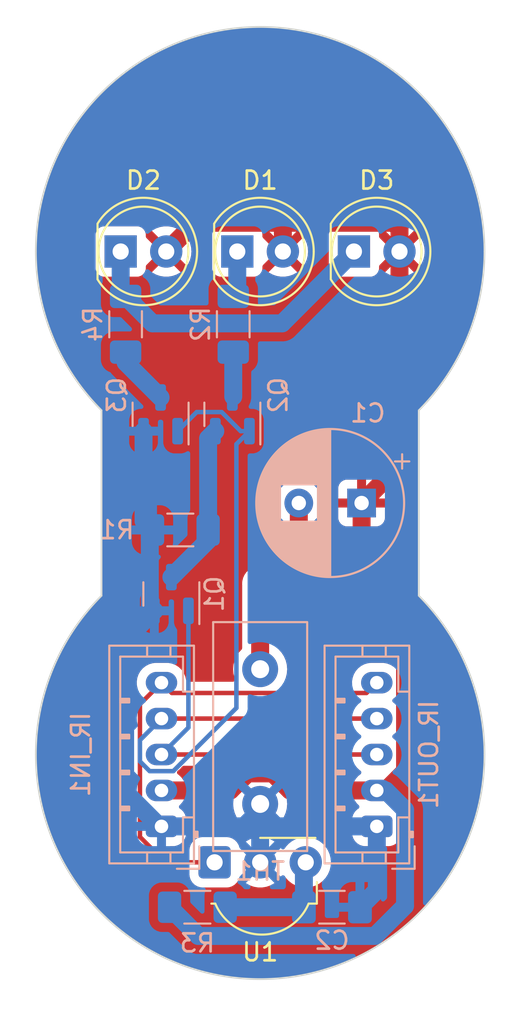
<source format=kicad_pcb>
(kicad_pcb (version 20221018) (generator pcbnew)
  (layers (0 "F.Cu" signal) (31 "B.Cu" signal) (34 "B.Paste" user) (35 "F.Paste" user) (36 "B.SilkS" user "B.Silkscreen") (37 "F.SilkS" user "F.Silkscreen") (38 "B.Mask" user) (39 "F.Mask" user) (44 "Edge.Cuts" user))
  (net 0 "")
  (net 1 "+5V")
  (net 2 "Net-(C1-Pad2)")
  (net 3 "Net-(D1-K)")
  (net 4 "Net-(D2-K)")
  (net 5 "GND")
  (net 6 "/IR_MODE")
  (net 7 "/IR_TX")
  (net 8 "/IR_RX")
  (net 9 "Net-(Q1-D)")
  (net 10 "Net-(Q2-D)")
  (net 11 "Net-(Q3-D)")
  (net 12 "Net-(U1-Vs)")
  (footprint "LED_THT:LED_D5.0mm_IRBlack" (layer "F.Cu") (at 166.225 83)
    (fp_text reference "D1" (at 1.27 -3.96) (layer "F.SilkS"))
    (fp_text value "TSAL6100")
    (fp_line (start -1.29 -1.545) (end -1.29 1.545) (stroke (width 0.12)) (layer "F.SilkS"))
    (fp_arc (start -1.29 -1.54483) (mid 2.072002 -2.880433) (end 4.26 0.000462) (stroke (width 0.12)) (layer "F.SilkS"))
    (fp_arc (start 4.26 -0.000462) (mid 2.072002 2.880433) (end -1.29 1.54483) (stroke (width 0.12)) (layer "F.SilkS"))
    (fp_circle (center 1.27 0) (end 3.77 0) (stroke (width 0.12)) (fill none) (layer "F.SilkS"))
    (pad "1" thru_hole rect (at 0 0) (size 1.8 1.8) (drill 0.9) (layers "*.Cu" "*.Mask") (net 3 "Net-(D1-K)"))
    (pad "2" thru_hole circle (at 2.54 0) (size 1.8 1.8) (drill 0.9) (layers "*.Cu" "*.Mask") (net 1 "+5V"))
  )
  (footprint "LED_THT:LED_D5.0mm_Clear" (layer "F.Cu") (at 159.725 83)
    (fp_text reference "D2" (at 1.27 -3.96) (layer "F.SilkS"))
    (fp_text value "LED")
    (fp_line (start -1.29 -1.545) (end -1.29 1.545) (stroke (width 0.12)) (layer "F.SilkS"))
    (fp_arc (start -1.29 -1.54483) (mid 2.072002 -2.880433) (end 4.26 0.000462) (stroke (width 0.12)) (layer "F.SilkS"))
    (fp_arc (start 4.26 -0.000462) (mid 2.072002 2.880433) (end -1.29 1.54483) (stroke (width 0.12)) (layer "F.SilkS"))
    (fp_circle (center 1.27 0) (end 3.77 0) (stroke (width 0.12)) (fill none) (layer "F.SilkS"))
    (pad "1" thru_hole rect (at 0 0) (size 1.8 1.8) (drill 0.9) (layers "*.Cu" "*.Mask") (net 4 "Net-(D2-K)"))
    (pad "2" thru_hole circle (at 2.54 0) (size 1.8 1.8) (drill 0.9) (layers "*.Cu" "*.Mask") (net 1 "+5V"))
  )
  (footprint "OptoDevice:Vishay_MOLD-3Pin" (layer "F.Cu") (at 164.96 117)
    (fp_text reference "U1" (at 2.54 5 180) (layer "F.SilkS"))
    (fp_text value "TSOP4138")
    (fp_line (start 0.04 2.3) (end -0.18 2.3) (stroke (width 0.12)) (layer "F.SilkS"))
    (fp_line (start 5.62 -1.36) (end 2.54 -1.36) (stroke (width 0.12)) (layer "F.SilkS"))
    (fp_line (start 5.7 2.3) (end 5.24 2.3) (stroke (width 0.12)) (layer "F.SilkS"))
    (fp_line (start 5.7 2.3) (end 5.7 1.1) (stroke (width 0.12)) (layer "F.SilkS"))
    (fp_arc (start 5.24 2.3) (mid 2.64 4.023119) (end 0.04 2.3) (stroke (width 0.12)) (layer "F.SilkS"))
    (pad "1" thru_hole roundrect (at 0 0) (size 1.8 1.8) (drill 0.9) (layers "*.Cu" "*.Mask") (roundrect_rratio 0.138) (net 8 "/IR_RX"))
    (pad "2" thru_hole circle (at 2.54 0) (size 1.8 1.8) (drill 0.9) (layers "*.Cu" "*.Mask") (net 5 "GND"))
    (pad "3" thru_hole circle (at 5.08 0) (size 1.8 1.8) (drill 0.9) (layers "*.Cu" "*.Mask") (net 12 "Net-(U1-Vs)"))
  )
  (footprint "LED_THT:LED_D5.0mm_Clear" (layer "F.Cu") (at 172.725 83)
    (fp_text reference "D3" (at 1.27 -3.96) (layer "F.SilkS"))
    (fp_text value "LED")
    (fp_line (start -1.29 -1.545) (end -1.29 1.545) (stroke (width 0.12)) (layer "F.SilkS"))
    (fp_arc (start -1.29 -1.54483) (mid 2.072002 -2.880433) (end 4.26 0.000462) (stroke (width 0.12)) (layer "F.SilkS"))
    (fp_arc (start 4.26 -0.000462) (mid 2.072002 2.880433) (end -1.29 1.54483) (stroke (width 0.12)) (layer "F.SilkS"))
    (fp_circle (center 1.27 0) (end 3.77 0) (stroke (width 0.12)) (fill none) (layer "F.SilkS"))
    (pad "1" thru_hole rect (at 0 0) (size 1.8 1.8) (drill 0.9) (layers "*.Cu" "*.Mask") (net 4 "Net-(D2-K)"))
    (pad "2" thru_hole circle (at 2.54 0) (size 1.8 1.8) (drill 0.9) (layers "*.Cu" "*.Mask") (net 1 "+5V"))
  )
  (footprint "Capacitor_THT:C_Disc_D12.5mm_W5.0mm_P7.50mm" (layer "B.Cu") (at 167.5 106.25 -90)
    (fp_text reference "TH1" (at 11.25 0) (layer "B.SilkS") (effects (justify mirror)))
    (fp_text value "MF72-050D9")
    (fp_line (start -2.62 -2.62) (end 10.12 -2.62) (stroke (width 0.12)) (layer "B.SilkS"))
    (fp_line (start -2.62 2.62) (end -2.62 -2.62) (stroke (width 0.12)) (layer "B.SilkS"))
    (fp_line (start -2.62 2.62) (end 10.12 2.62) (stroke (width 0.12)) (layer "B.SilkS"))
    (fp_line (start 10.12 2.62) (end 10.12 -2.62) (stroke (width 0.12)) (layer "B.SilkS"))
    (pad "1" thru_hole circle (at 0 0 270) (size 2 2) (drill 1) (layers "*.Cu" "*.Mask") (net 2 "Net-(C1-Pad2)"))
    (pad "2" thru_hole circle (at 7.5 0 270) (size 2 2) (drill 1) (layers "*.Cu" "*.Mask") (net 5 "GND"))
  )
  (footprint "Resistor_SMD:R_1206_3216Metric_Pad1.30x1.75mm_HandSolder" (layer "B.Cu") (at 163.05 98.5 180)
    (fp_text reference "R1" (at 3.55 0) (layer "B.SilkS") (effects (justify mirror)))
    (fp_text value "51")
    (fp_line (start -0.727064 -0.91) (end 0.727064 -0.91) (stroke (width 0.12)) (layer "B.SilkS"))
    (fp_line (start -0.727064 0.91) (end 0.727064 0.91) (stroke (width 0.12)) (layer "B.SilkS"))
    (pad "1" smd roundrect (at -1.55 0 180) (size 1.3 1.75) (layers "B.Cu" "B.Paste" "B.Mask") (roundrect_rratio 0.192308) (net 9 "Net-(Q1-D)"))
    (pad "2" smd roundrect (at 1.55 0 180) (size 1.3 1.75) (layers "B.Cu" "B.Paste" "B.Mask") (roundrect_rratio 0.192308) (net 5 "GND"))
  )
  (footprint "Connector_JST:JST_PH_B5B-PH-K_1x05_P2.00mm_Vertical" (layer "B.Cu") (at 174 115 90)
    (fp_text reference "IR_OUT1" (at 4 2.9 90) (layer "B.SilkS") (effects (justify mirror)))
    (fp_text value "~")
    (fp_line (start -2.36 2.11) (end -2.36 0.86) (stroke (width 0.12)) (layer "B.SilkS"))
    (fp_line (start -2.06 -2.91) (end 10.06 -2.91) (stroke (width 0.12)) (layer "B.SilkS"))
    (fp_line (start -2.06 -0.8) (end -1.45 -0.8) (stroke (width 0.12)) (layer "B.SilkS"))
    (fp_line (start -2.06 0.5) (end -1.45 0.5) (stroke (width 0.12)) (layer "B.SilkS"))
    (fp_line (start -2.06 1.81) (end -2.06 -2.91) (stroke (width 0.12)) (layer "B.SilkS"))
    (fp_line (start -1.45 -2.3) (end 9.45 -2.3) (stroke (width 0.12)) (layer "B.SilkS"))
    (fp_line (start -1.45 1.2) (end -1.45 -2.3) (stroke (width 0.12)) (layer "B.SilkS"))
    (fp_line (start -1.11 2.11) (end -2.36 2.11) (stroke (width 0.12)) (layer "B.SilkS"))
    (fp_line (start -0.6 2.01) (end -0.6 1.81) (stroke (width 0.12)) (layer "B.SilkS"))
    (fp_line (start -0.3 1.81) (end -0.3 2.01) (stroke (width 0.12)) (layer "B.SilkS"))
    (fp_line (start -0.3 1.91) (end -0.6 1.91) (stroke (width 0.12)) (layer "B.SilkS"))
    (fp_line (start -0.3 2.01) (end -0.6 2.01) (stroke (width 0.12)) (layer "B.SilkS"))
    (fp_line (start 0.5 1.2) (end -1.45 1.2) (stroke (width 0.12)) (layer "B.SilkS"))
    (fp_line (start 0.5 1.81) (end 0.5 1.2) (stroke (width 0.12)) (layer "B.SilkS"))
    (fp_line (start 0.9 -2.3) (end 0.9 -1.8) (stroke (width 0.12)) (layer "B.SilkS"))
    (fp_line (start 0.9 -1.8) (end 1.1 -1.8) (stroke (width 0.12)) (layer "B.SilkS"))
    (fp_line (start 1 -2.3) (end 1 -1.8) (stroke (width 0.12)) (layer "B.SilkS"))
    (fp_line (start 1.1 -1.8) (end 1.1 -2.3) (stroke (width 0.12)) (layer "B.SilkS"))
    (fp_line (start 2.9 -2.3) (end 2.9 -1.8) (stroke (width 0.12)) (layer "B.SilkS"))
    (fp_line (start 2.9 -1.8) (end 3.1 -1.8) (stroke (width 0.12)) (layer "B.SilkS"))
    (fp_line (start 3 -2.3) (end 3 -1.8) (stroke (width 0.12)) (layer "B.SilkS"))
    (fp_line (start 3.1 -1.8) (end 3.1 -2.3) (stroke (width 0.12)) (layer "B.SilkS"))
    (fp_line (start 4.9 -2.3) (end 4.9 -1.8) (stroke (width 0.12)) (layer "B.SilkS"))
    (fp_line (start 4.9 -1.8) (end 5.1 -1.8) (stroke (width 0.12)) (layer "B.SilkS"))
    (fp_line (start 5 -2.3) (end 5 -1.8) (stroke (width 0.12)) (layer "B.SilkS"))
    (fp_line (start 5.1 -1.8) (end 5.1 -2.3) (stroke (width 0.12)) (layer "B.SilkS"))
    (fp_line (start 6.9 -2.3) (end 6.9 -1.8) (stroke (width 0.12)) (layer "B.SilkS"))
    (fp_line (start 6.9 -1.8) (end 7.1 -1.8) (stroke (width 0.12)) (layer "B.SilkS"))
    (fp_line (start 7 -2.3) (end 7 -1.8) (stroke (width 0.12)) (layer "B.SilkS"))
    (fp_line (start 7.1 -1.8) (end 7.1 -2.3) (stroke (width 0.12)) (layer "B.SilkS"))
    (fp_line (start 7.5 1.2) (end 7.5 1.81) (stroke (width 0.12)) (layer "B.SilkS"))
    (fp_line (start 9.45 -2.3) (end 9.45 1.2) (stroke (width 0.12)) (layer "B.SilkS"))
    (fp_line (start 9.45 1.2) (end 7.5 1.2) (stroke (width 0.12)) (layer "B.SilkS"))
    (fp_line (start 10.06 -2.91) (end 10.06 1.81) (stroke (width 0.12)) (layer "B.SilkS"))
    (fp_line (start 10.06 -0.8) (end 9.45 -0.8) (stroke (width 0.12)) (layer "B.SilkS"))
    (fp_line (start 10.06 0.5) (end 9.45 0.5) (stroke (width 0.12)) (layer "B.SilkS"))
    (fp_line (start 10.06 1.81) (end -2.06 1.81) (stroke (width 0.12)) (layer "B.SilkS"))
    (pad "1" thru_hole roundrect (at 0 0 90) (size 1.2 1.75) (drill 0.75) (layers "*.Cu" "*.Mask") (roundrect_rratio 0.208333) (net 5 "GND"))
    (pad "2" thru_hole oval (at 2 0 90) (size 1.2 1.75) (drill 0.75) (layers "*.Cu" "*.Mask") (net 1 "+5V"))
    (pad "3" thru_hole oval (at 4 0 90) (size 1.2 1.75) (drill 0.75) (layers "*.Cu" "*.Mask") (net 6 "/IR_MODE"))
    (pad "4" thru_hole oval (at 6 0 90) (size 1.2 1.75) (drill 0.75) (layers "*.Cu" "*.Mask") (net 7 "/IR_TX"))
    (pad "5" thru_hole oval (at 8 0 90) (size 1.2 1.75) (drill 0.75) (layers "*.Cu" "*.Mask") (net 8 "/IR_RX"))
  )
  (footprint "Capacitor_SMD:C_1206_3216Metric_Pad1.33x1.80mm_HandSolder" (layer "B.Cu") (at 171.5 119.5)
    (fp_text reference "C2" (at 0 1.85) (layer "B.SilkS") (effects (justify mirror)))
    (fp_text value "0.1uf")
    (fp_line (start -0.711252 -0.91) (end 0.711252 -0.91) (stroke (width 0.12)) (layer "B.SilkS"))
    (fp_line (start -0.711252 0.91) (end 0.711252 0.91) (stroke (width 0.12)) (layer "B.SilkS"))
    (pad "1" smd roundrect (at -1.5625 0) (size 1.325 1.8) (layers "B.Cu" "B.Paste" "B.Mask") (roundrect_rratio 0.188679) (net 12 "Net-(U1-Vs)"))
    (pad "2" smd roundrect (at 1.5625 0) (size 1.325 1.8) (layers "B.Cu" "B.Paste" "B.Mask") (roundrect_rratio 0.188679) (net 5 "GND"))
  )
  (footprint "Resistor_SMD:R_1206_3216Metric_Pad1.30x1.75mm_HandSolder" (layer "B.Cu") (at 166 87.05 -90)
    (fp_text reference "R2" (at 0 1.82 90) (layer "B.SilkS") (effects (justify mirror)))
    (fp_text value "3.3")
    (fp_line (start -0.727064 -0.91) (end 0.727064 -0.91) (stroke (width 0.12)) (layer "B.SilkS"))
    (fp_line (start -0.727064 0.91) (end 0.727064 0.91) (stroke (width 0.12)) (layer "B.SilkS"))
    (pad "1" smd roundrect (at -1.55 0 270) (size 1.3 1.75) (layers "B.Cu" "B.Paste" "B.Mask") (roundrect_rratio 0.192308) (net 3 "Net-(D1-K)"))
    (pad "2" smd roundrect (at 1.55 0 270) (size 1.3 1.75) (layers "B.Cu" "B.Paste" "B.Mask") (roundrect_rratio 0.192308) (net 10 "Net-(Q2-D)"))
  )
  (footprint "Package_TO_SOT_SMD:SOT-23" (layer "B.Cu") (at 165.95 92.0625 90)
    (fp_text reference "Q2" (at 1.0625 2.55 90) (layer "B.SilkS") (effects (justify mirror)))
    (fp_text value "IRLML6244")
    (fp_line (start 0 -1.56) (end -0.65 -1.56) (stroke (width 0.12)) (layer "B.SilkS"))
    (fp_line (start 0 -1.56) (end 0.65 -1.56) (stroke (width 0.12)) (layer "B.SilkS"))
    (fp_line (start 0 1.56) (end -1.675 1.56) (stroke (width 0.12)) (layer "B.SilkS"))
    (fp_line (start 0 1.56) (end 0.65 1.56) (stroke (width 0.12)) (layer "B.SilkS"))
    (pad "1" smd roundrect (at -0.9375 0.95 90) (size 1.475 0.6) (layers "B.Cu" "B.Paste" "B.Mask") (net 7 "/IR_TX"))
    (pad "2" smd roundrect (at -0.9375 -0.95 90) (size 1.475 0.6) (layers "B.Cu" "B.Paste" "B.Mask") (net 9 "Net-(Q1-D)"))
    (pad "3" smd roundrect (at 0.9375 0 90) (size 1.475 0.6) (layers "B.Cu" "B.Paste" "B.Mask") (net 10 "Net-(Q2-D)"))
  )
  (footprint "Resistor_SMD:R_1206_3216Metric_Pad1.30x1.75mm_HandSolder" (layer "B.Cu") (at 164 119.5 180)
    (fp_text reference "R3" (at 0 -2) (layer "B.SilkS") (effects (justify mirror)))
    (fp_text value "100")
    (fp_line (start -0.727064 -0.91) (end 0.727064 -0.91) (stroke (width 0.12)) (layer "B.SilkS"))
    (fp_line (start -0.727064 0.91) (end 0.727064 0.91) (stroke (width 0.12)) (layer "B.SilkS"))
    (pad "1" smd roundrect (at -1.55 0 180) (size 1.3 1.75) (layers "B.Cu" "B.Paste" "B.Mask") (roundrect_rratio 0.192308) (net 12 "Net-(U1-Vs)"))
    (pad "2" smd roundrect (at 1.55 0 180) (size 1.3 1.75) (layers "B.Cu" "B.Paste" "B.Mask") (roundrect_rratio 0.192308) (net 1 "+5V"))
  )
  (footprint "Connector_JST:JST_PH_B5B-PH-K_1x05_P2.00mm_Vertical" (layer "B.Cu") (at 162 115 90)
    (fp_text reference "IR_IN1" (at 4 -4.5 90) (layer "B.SilkS") (effects (justify mirror)))
    (fp_text value "~")
    (fp_line (start -2.36 2.11) (end -2.36 0.86) (stroke (width 0.12)) (layer "B.SilkS"))
    (fp_line (start -2.06 -2.91) (end 10.06 -2.91) (stroke (width 0.12)) (layer "B.SilkS"))
    (fp_line (start -2.06 -0.8) (end -1.45 -0.8) (stroke (width 0.12)) (layer "B.SilkS"))
    (fp_line (start -2.06 0.5) (end -1.45 0.5) (stroke (width 0.12)) (layer "B.SilkS"))
    (fp_line (start -2.06 1.81) (end -2.06 -2.91) (stroke (width 0.12)) (layer "B.SilkS"))
    (fp_line (start -1.45 -2.3) (end 9.45 -2.3) (stroke (width 0.12)) (layer "B.SilkS"))
    (fp_line (start -1.45 1.2) (end -1.45 -2.3) (stroke (width 0.12)) (layer "B.SilkS"))
    (fp_line (start -1.11 2.11) (end -2.36 2.11) (stroke (width 0.12)) (layer "B.SilkS"))
    (fp_line (start -0.6 2.01) (end -0.6 1.81) (stroke (width 0.12)) (layer "B.SilkS"))
    (fp_line (start -0.3 1.81) (end -0.3 2.01) (stroke (width 0.12)) (layer "B.SilkS"))
    (fp_line (start -0.3 1.91) (end -0.6 1.91) (stroke (width 0.12)) (layer "B.SilkS"))
    (fp_line (start -0.3 2.01) (end -0.6 2.01) (stroke (width 0.12)) (layer "B.SilkS"))
    (fp_line (start 0.5 1.2) (end -1.45 1.2) (stroke (width 0.12)) (layer "B.SilkS"))
    (fp_line (start 0.5 1.81) (end 0.5 1.2) (stroke (width 0.12)) (layer "B.SilkS"))
    (fp_line (start 0.9 -2.3) (end 0.9 -1.8) (stroke (width 0.12)) (layer "B.SilkS"))
    (fp_line (start 0.9 -1.8) (end 1.1 -1.8) (stroke (width 0.12)) (layer "B.SilkS"))
    (fp_line (start 1 -2.3) (end 1 -1.8) (stroke (width 0.12)) (layer "B.SilkS"))
    (fp_line (start 1.1 -1.8) (end 1.1 -2.3) (stroke (width 0.12)) (layer "B.SilkS"))
    (fp_line (start 2.9 -2.3) (end 2.9 -1.8) (stroke (width 0.12)) (layer "B.SilkS"))
    (fp_line (start 2.9 -1.8) (end 3.1 -1.8) (stroke (width 0.12)) (layer "B.SilkS"))
    (fp_line (start 3 -2.3) (end 3 -1.8) (stroke (width 0.12)) (layer "B.SilkS"))
    (fp_line (start 3.1 -1.8) (end 3.1 -2.3) (stroke (width 0.12)) (layer "B.SilkS"))
    (fp_line (start 4.9 -2.3) (end 4.9 -1.8) (stroke (width 0.12)) (layer "B.SilkS"))
    (fp_line (start 4.9 -1.8) (end 5.1 -1.8) (stroke (width 0.12)) (layer "B.SilkS"))
    (fp_line (start 5 -2.3) (end 5 -1.8) (stroke (width 0.12)) (layer "B.SilkS"))
    (fp_line (start 5.1 -1.8) (end 5.1 -2.3) (stroke (width 0.12)) (layer "B.SilkS"))
    (fp_line (start 6.9 -2.3) (end 6.9 -1.8) (stroke (width 0.12)) (layer "B.SilkS"))
    (fp_line (start 6.9 -1.8) (end 7.1 -1.8) (stroke (width 0.12)) (layer "B.SilkS"))
    (fp_line (start 7 -2.3) (end 7 -1.8) (stroke (width 0.12)) (layer "B.SilkS"))
    (fp_line (start 7.1 -1.8) (end 7.1 -2.3) (stroke (width 0.12)) (layer "B.SilkS"))
    (fp_line (start 7.5 1.2) (end 7.5 1.81) (stroke (width 0.12)) (layer "B.SilkS"))
    (fp_line (start 9.45 -2.3) (end 9.45 1.2) (stroke (width 0.12)) (layer "B.SilkS"))
    (fp_line (start 9.45 1.2) (end 7.5 1.2) (stroke (width 0.12)) (layer "B.SilkS"))
    (fp_line (start 10.06 -2.91) (end 10.06 1.81) (stroke (width 0.12)) (layer "B.SilkS"))
    (fp_line (start 10.06 -0.8) (end 9.45 -0.8) (stroke (width 0.12)) (layer "B.SilkS"))
    (fp_line (start 10.06 0.5) (end 9.45 0.5) (stroke (width 0.12)) (layer "B.SilkS"))
    (fp_line (start 10.06 1.81) (end -2.06 1.81) (stroke (width 0.12)) (layer "B.SilkS"))
    (pad "1" thru_hole roundrect (at 0 0 90) (size 1.2 1.75) (drill 0.75) (layers "*.Cu" "*.Mask") (roundrect_rratio 0.208333) (net 5 "GND"))
    (pad "2" thru_hole oval (at 2 0 90) (size 1.2 1.75) (drill 0.75) (layers "*.Cu" "*.Mask") (net 1 "+5V"))
    (pad "3" thru_hole oval (at 4 0 90) (size 1.2 1.75) (drill 0.75) (layers "*.Cu" "*.Mask") (net 6 "/IR_MODE"))
    (pad "4" thru_hole oval (at 6 0 90) (size 1.2 1.75) (drill 0.75) (layers "*.Cu" "*.Mask") (net 7 "/IR_TX"))
    (pad "5" thru_hole oval (at 8 0 90) (size 1.2 1.75) (drill 0.75) (layers "*.Cu" "*.Mask") (net 8 "/IR_RX"))
  )
  (footprint "Package_TO_SOT_SMD:SOT-23" (layer "B.Cu") (at 162.55 102.0625 90)
    (fp_text reference "Q1" (at 0 2.4 90) (layer "B.SilkS") (effects (justify mirror)))
    (fp_text value "IRLML6244")
    (fp_line (start 0 -1.56) (end -0.65 -1.56) (stroke (width 0.12)) (layer "B.SilkS"))
    (fp_line (start 0 -1.56) (end 0.65 -1.56) (stroke (width 0.12)) (layer "B.SilkS"))
    (fp_line (start 0 1.56) (end -1.675 1.56) (stroke (width 0.12)) (layer "B.SilkS"))
    (fp_line (start 0 1.56) (end 0.65 1.56) (stroke (width 0.12)) (layer "B.SilkS"))
    (pad "1" smd roundrect (at -0.9375 0.95 90) (size 1.475 0.6) (layers "B.Cu" "B.Paste" "B.Mask") (net 6 "/IR_MODE"))
    (pad "2" smd roundrect (at -0.9375 -0.95 90) (size 1.475 0.6) (layers "B.Cu" "B.Paste" "B.Mask") (net 5 "GND"))
    (pad "3" smd roundrect (at 0.9375 0 90) (size 1.475 0.6) (layers "B.Cu" "B.Paste" "B.Mask") (net 9 "Net-(Q1-D)"))
  )
  (footprint "Package_TO_SOT_SMD:SOT-23" (layer "B.Cu") (at 161.95 92.0625 90)
    (fp_text reference "Q3" (at 1.0625 -2.45 90) (layer "B.SilkS") (effects (justify mirror)))
    (fp_text value "IRLML6244")
    (fp_line (start 0 -1.56) (end -0.65 -1.56) (stroke (width 0.12)) (layer "B.SilkS"))
    (fp_line (start 0 -1.56) (end 0.65 -1.56) (stroke (width 0.12)) (layer "B.SilkS"))
    (fp_line (start 0 1.56) (end -1.675 1.56) (stroke (width 0.12)) (layer "B.SilkS"))
    (fp_line (start 0 1.56) (end 0.65 1.56) (stroke (width 0.12)) (layer "B.SilkS"))
    (pad "1" smd roundrect (at -0.9375 0.95 90) (size 1.475 0.6) (layers "B.Cu" "B.Paste" "B.Mask") (net 7 "/IR_TX"))
    (pad "2" smd roundrect (at -0.9375 -0.95 90) (size 1.475 0.6) (layers "B.Cu" "B.Paste" "B.Mask") (net 5 "GND"))
    (pad "3" smd roundrect (at 0.9375 0 90) (size 1.475 0.6) (layers "B.Cu" "B.Paste" "B.Mask") (net 11 "Net-(Q3-D)"))
  )
  (footprint "Resistor_SMD:R_1206_3216Metric_Pad1.30x1.75mm_HandSolder" (layer "B.Cu") (at 160 87.05 -90)
    (fp_text reference "R4" (at 0 1.82 90) (layer "B.SilkS") (effects (justify mirror)))
    (fp_text value "51")
    (fp_line (start -0.727064 -0.91) (end 0.727064 -0.91) (stroke (width 0.12)) (layer "B.SilkS"))
    (fp_line (start -0.727064 0.91) (end 0.727064 0.91) (stroke (width 0.12)) (layer "B.SilkS"))
    (pad "1" smd roundrect (at -1.55 0 270) (size 1.3 1.75) (layers "B.Cu" "B.Paste" "B.Mask") (roundrect_rratio 0.192308) (net 4 "Net-(D2-K)"))
    (pad "2" smd roundrect (at 1.55 0 270) (size 1.3 1.75) (layers "B.Cu" "B.Paste" "B.Mask") (roundrect_rratio 0.192308) (net 11 "Net-(Q3-D)"))
  )
  (footprint "Capacitor_THT:CP_Radial_D8.0mm_P3.50mm" (layer "B.Cu") (at 173.152651 97 180)
    (fp_text reference "C1" (at -0.347349 5) (layer "B.SilkS") (effects (justify mirror)))
    (fp_text value "560uf")
    (fp_line (start -2.659698 2.315) (end -1.859698 2.315) (stroke (width 0.12)) (layer "B.SilkS"))
    (fp_line (start -2.259698 2.715) (end -2.259698 1.915) (stroke (width 0.12)) (layer "B.SilkS"))
    (fp_line (start 1.75 4.08) (end 1.75 -4.08) (stroke (width 0.12)) (layer "B.SilkS"))
    (fp_line (start 1.79 4.08) (end 1.79 -4.08) (stroke (width 0.12)) (layer "B.SilkS"))
    (fp_line (start 1.83 4.08) (end 1.83 -4.08) (stroke (width 0.12)) (layer "B.SilkS"))
    (fp_line (start 1.87 4.079) (end 1.87 -4.079) (stroke (width 0.12)) (layer "B.SilkS"))
    (fp_line (start 1.91 4.077) (end 1.91 -4.077) (stroke (width 0.12)) (layer "B.SilkS"))
    (fp_line (start 1.95 4.076) (end 1.95 -4.076) (stroke (width 0.12)) (layer "B.SilkS"))
    (fp_line (start 1.99 4.074) (end 1.99 -4.074) (stroke (width 0.12)) (layer "B.SilkS"))
    (fp_line (start 2.03 4.071) (end 2.03 -4.071) (stroke (width 0.12)) (layer "B.SilkS"))
    (fp_line (start 2.07 4.068) (end 2.07 -4.068) (stroke (width 0.12)) (layer "B.SilkS"))
    (fp_line (start 2.11 4.065) (end 2.11 -4.065) (stroke (width 0.12)) (layer "B.SilkS"))
    (fp_line (start 2.15 4.061) (end 2.15 -4.061) (stroke (width 0.12)) (layer "B.SilkS"))
    (fp_line (start 2.19 4.057) (end 2.19 -4.057) (stroke (width 0.12)) (layer "B.SilkS"))
    (fp_line (start 2.23 4.052) (end 2.23 -4.052) (stroke (width 0.12)) (layer "B.SilkS"))
    (fp_line (start 2.27 4.048) (end 2.27 -4.048) (stroke (width 0.12)) (layer "B.SilkS"))
    (fp_line (start 2.31 4.042) (end 2.31 -4.042) (stroke (width 0.12)) (layer "B.SilkS"))
    (fp_line (start 2.35 4.037) (end 2.35 -4.037) (stroke (width 0.12)) (layer "B.SilkS"))
    (fp_line (start 2.39 4.03) (end 2.39 -4.03) (stroke (width 0.12)) (layer "B.SilkS"))
    (fp_line (start 2.43 4.024) (end 2.43 -4.024) (stroke (width 0.12)) (layer "B.SilkS"))
    (fp_line (start 2.471 -1.04) (end 2.471 -4.017) (stroke (width 0.12)) (layer "B.SilkS"))
    (fp_line (start 2.471 4.017) (end 2.471 1.04) (stroke (width 0.12)) (layer "B.SilkS"))
    (fp_line (start 2.511 -1.04) (end 2.511 -4.01) (stroke (width 0.12)) (layer "B.SilkS"))
    (fp_line (start 2.511 4.01) (end 2.511 1.04) (stroke (width 0.12)) (layer "B.SilkS"))
    (fp_line (start 2.551 -1.04) (end 2.551 -4.002) (stroke (width 0.12)) (layer "B.SilkS"))
    (fp_line (start 2.551 4.002) (end 2.551 1.04) (stroke (width 0.12)) (layer "B.SilkS"))
    (fp_line (start 2.591 -1.04) (end 2.591 -3.994) (stroke (width 0.12)) (layer "B.SilkS"))
    (fp_line (start 2.591 3.994) (end 2.591 1.04) (stroke (width 0.12)) (layer "B.SilkS"))
    (fp_line (start 2.631 -1.04) (end 2.631 -3.985) (stroke (width 0.12)) (layer "B.SilkS"))
    (fp_line (start 2.631 3.985) (end 2.631 1.04) (stroke (width 0.12)) (layer "B.SilkS"))
    (fp_line (start 2.671 -1.04) (end 2.671 -3.976) (stroke (width 0.12)) (layer "B.SilkS"))
    (fp_line (start 2.671 3.976) (end 2.671 1.04) (stroke (width 0.12)) (layer "B.SilkS"))
    (fp_line (start 2.711 -1.04) (end 2.711 -3.967) (stroke (width 0.12)) (layer "B.SilkS"))
    (fp_line (start 2.711 3.967) (end 2.711 1.04) (stroke (width 0.12)) (layer "B.SilkS"))
    (fp_line (start 2.751 -1.04) (end 2.751 -3.957) (stroke (width 0.12)) (layer "B.SilkS"))
    (fp_line (start 2.751 3.957) (end 2.751 1.04) (stroke (width 0.12)) (layer "B.SilkS"))
    (fp_line (start 2.791 -1.04) (end 2.791 -3.947) (stroke (width 0.12)) (layer "B.SilkS"))
    (fp_line (start 2.791 3.947) (end 2.791 1.04) (stroke (width 0.12)) (layer "B.SilkS"))
    (fp_line (start 2.831 -1.04) (end 2.831 -3.936) (stroke (width 0.12)) (layer "B.SilkS"))
    (fp_line (start 2.831 3.936) (end 2.831 1.04) (stroke (width 0.12)) (layer "B.SilkS"))
    (fp_line (start 2.871 -1.04) (end 2.871 -3.925) (stroke (width 0.12)) (layer "B.SilkS"))
    (fp_line (start 2.871 3.925) (end 2.871 1.04) (stroke (width 0.12)) (layer "B.SilkS"))
    (fp_line (start 2.911 -1.04) (end 2.911 -3.914) (stroke (width 0.12)) (layer "B.SilkS"))
    (fp_line (start 2.911 3.914) (end 2.911 1.04) (stroke (width 0.12)) (layer "B.SilkS"))
    (fp_line (start 2.951 -1.04) (end 2.951 -3.902) (stroke (width 0.12)) (layer "B.SilkS"))
    (fp_line (start 2.951 3.902) (end 2.951 1.04) (stroke (width 0.12)) (layer "B.SilkS"))
    (fp_line (start 2.991 -1.04) (end 2.991 -3.889) (stroke (width 0.12)) (layer "B.SilkS"))
    (fp_line (start 2.991 3.889) (end 2.991 1.04) (stroke (width 0.12)) (layer "B.SilkS"))
    (fp_line (start 3.031 -1.04) (end 3.031 -3.877) (stroke (width 0.12)) (layer "B.SilkS"))
    (fp_line (start 3.031 3.877) (end 3.031 1.04) (stroke (width 0.12)) (layer "B.SilkS"))
    (fp_line (start 3.071 -1.04) (end 3.071 -3.863) (stroke (width 0.12)) (layer "B.SilkS"))
    (fp_line (start 3.071 3.863) (end 3.071 1.04) (stroke (width 0.12)) (layer "B.SilkS"))
    (fp_line (start 3.111 -1.04) (end 3.111 -3.85) (stroke (width 0.12)) (layer "B.SilkS"))
    (fp_line (start 3.111 3.85) (end 3.111 1.04) (stroke (width 0.12)) (layer "B.SilkS"))
    (fp_line (start 3.151 -1.04) (end 3.151 -3.835) (stroke (width 0.12)) (layer "B.SilkS"))
    (fp_line (start 3.151 3.835) (end 3.151 1.04) (stroke (width 0.12)) (layer "B.SilkS"))
    (fp_line (start 3.191 -1.04) (end 3.191 -3.821) (stroke (width 0.12)) (layer "B.SilkS"))
    (fp_line (start 3.191 3.821) (end 3.191 1.04) (stroke (width 0.12)) (layer "B.SilkS"))
    (fp_line (start 3.231 -1.04) (end 3.231 -3.805) (stroke (width 0.12)) (layer "B.SilkS"))
    (fp_line (start 3.231 3.805) (end 3.231 1.04) (stroke (width 0.12)) (layer "B.SilkS"))
    (fp_line (start 3.271 -1.04) (end 3.271 -3.79) (stroke (width 0.12)) (layer "B.SilkS"))
    (fp_line (start 3.271 3.79) (end 3.271 1.04) (stroke (width 0.12)) (layer "B.SilkS"))
    (fp_line (start 3.311 -1.04) (end 3.311 -3.774) (stroke (width 0.12)) (layer "B.SilkS"))
    (fp_line (start 3.311 3.774) (end 3.311 1.04) (stroke (width 0.12)) (layer "B.SilkS"))
    (fp_line (start 3.351 -1.04) (end 3.351 -3.757) (stroke (width 0.12)) (layer "B.SilkS"))
    (fp_line (start 3.351 3.757) (end 3.351 1.04) (stroke (width 0.12)) (layer "B.SilkS"))
    (fp_line (start 3.391 -1.04) (end 3.391 -3.74) (stroke (width 0.12)) (layer "B.SilkS"))
    (fp_line (start 3.391 3.74) (end 3.391 1.04) (stroke (width 0.12)) (layer "B.SilkS"))
    (fp_line (start 3.431 -1.04) (end 3.431 -3.722) (stroke (width 0.12)) (layer "B.SilkS"))
    (fp_line (start 3.431 3.722) (end 3.431 1.04) (stroke (width 0.12)) (layer "B.SilkS"))
    (fp_line (start 3.471 -1.04) (end 3.471 -3.704) (stroke (width 0.12)) (layer "B.SilkS"))
    (fp_line (start 3.471 3.704) (end 3.471 1.04) (stroke (width 0.12)) (layer "B.SilkS"))
    (fp_line (start 3.511 -1.04) (end 3.511 -3.686) (stroke (width 0.12)) (layer "B.SilkS"))
    (fp_line (start 3.511 3.686) (end 3.511 1.04) (stroke (width 0.12)) (layer "B.SilkS"))
    (fp_line (start 3.551 -1.04) (end 3.551 -3.666) (stroke (width 0.12)) (layer "B.SilkS"))
    (fp_line (start 3.551 3.666) (end 3.551 1.04) (stroke (width 0.12)) (layer "B.SilkS"))
    (fp_line (start 3.591 -1.04) (end 3.591 -3.647) (stroke (width 0.12)) (layer "B.SilkS"))
    (fp_line (start 3.591 3.647) (end 3.591 1.04) (stroke (width 0.12)) (layer "B.SilkS"))
    (fp_line (start 3.631 -1.04) (end 3.631 -3.627) (stroke (width 0.12)) (layer "B.SilkS"))
    (fp_line (start 3.631 3.627) (end 3.631 1.04) (stroke (width 0.12)) (layer "B.SilkS"))
    (fp_line (start 3.671 -1.04) (end 3.671 -3.606) (stroke (width 0.12)) (layer "B.SilkS"))
    (fp_line (start 3.671 3.606) (end 3.671 1.04) (stroke (width 0.12)) (layer "B.SilkS"))
    (fp_line (start 3.711 -1.04) (end 3.711 -3.584) (stroke (width 0.12)) (layer "B.SilkS"))
    (fp_line (start 3.711 3.584) (end 3.711 1.04) (stroke (width 0.12)) (layer "B.SilkS"))
    (fp_line (start 3.751 -1.04) (end 3.751 -3.562) (stroke (width 0.12)) (layer "B.SilkS"))
    (fp_line (start 3.751 3.562) (end 3.751 1.04) (stroke (width 0.12)) (layer "B.SilkS"))
    (fp_line (start 3.791 -1.04) (end 3.791 -3.54) (stroke (width 0.12)) (layer "B.SilkS"))
    (fp_line (start 3.791 3.54) (end 3.791 1.04) (stroke (width 0.12)) (layer "B.SilkS"))
    (fp_line (start 3.831 -1.04) (end 3.831 -3.517) (stroke (width 0.12)) (layer "B.SilkS"))
    (fp_line (start 3.831 3.517) (end 3.831 1.04) (stroke (width 0.12)) (layer "B.SilkS"))
    (fp_line (start 3.871 -1.04) (end 3.871 -3.493) (stroke (width 0.12)) (layer "B.SilkS"))
    (fp_line (start 3.871 3.493) (end 3.871 1.04) (stroke (width 0.12)) (layer "B.SilkS"))
    (fp_line (start 3.911 -1.04) (end 3.911 -3.469) (stroke (width 0.12)) (layer "B.SilkS"))
    (fp_line (start 3.911 3.469) (end 3.911 1.04) (stroke (width 0.12)) (layer "B.SilkS"))
    (fp_line (start 3.951 -1.04) (end 3.951 -3.444) (stroke (width 0.12)) (layer "B.SilkS"))
    (fp_line (start 3.951 3.444) (end 3.951 1.04) (stroke (width 0.12)) (layer "B.SilkS"))
    (fp_line (start 3.991 -1.04) (end 3.991 -3.418) (stroke (width 0.12)) (layer "B.SilkS"))
    (fp_line (start 3.991 3.418) (end 3.991 1.04) (stroke (width 0.12)) (layer "B.SilkS"))
    (fp_line (start 4.031 -1.04) (end 4.031 -3.392) (stroke (width 0.12)) (layer "B.SilkS"))
    (fp_line (start 4.031 3.392) (end 4.031 1.04) (stroke (width 0.12)) (layer "B.SilkS"))
    (fp_line (start 4.071 -1.04) (end 4.071 -3.365) (stroke (width 0.12)) (layer "B.SilkS"))
    (fp_line (start 4.071 3.365) (end 4.071 1.04) (stroke (width 0.12)) (layer "B.SilkS"))
    (fp_line (start 4.111 -1.04) (end 4.111 -3.338) (stroke (width 0.12)) (layer "B.SilkS"))
    (fp_line (start 4.111 3.338) (end 4.111 1.04) (stroke (width 0.12)) (layer "B.SilkS"))
    (fp_line (start 4.151 -1.04) (end 4.151 -3.309) (stroke (width 0.12)) (layer "B.SilkS"))
    (fp_line (start 4.151 3.309) (end 4.151 1.04) (stroke (width 0.12)) (layer "B.SilkS"))
    (fp_line (start 4.191 -1.04) (end 4.191 -3.28) (stroke (width 0.12)) (layer "B.SilkS"))
    (fp_line (start 4.191 3.28) (end 4.191 1.04) (stroke (width 0.12)) (layer "B.SilkS"))
    (fp_line (start 4.231 -1.04) (end 4.231 -3.25) (stroke (width 0.12)) (layer "B.SilkS"))
    (fp_line (start 4.231 3.25) (end 4.231 1.04) (stroke (width 0.12)) (layer "B.SilkS"))
    (fp_line (start 4.271 -1.04) (end 4.271 -3.22) (stroke (width 0.12)) (layer "B.SilkS"))
    (fp_line (start 4.271 3.22) (end 4.271 1.04) (stroke (width 0.12)) (layer "B.SilkS"))
    (fp_line (start 4.311 -1.04) (end 4.311 -3.189) (stroke (width 0.12)) (layer "B.SilkS"))
    (fp_line (start 4.311 3.189) (end 4.311 1.04) (stroke (width 0.12)) (layer "B.SilkS"))
    (fp_line (start 4.351 -1.04) (end 4.351 -3.156) (stroke (width 0.12)) (layer "B.SilkS"))
    (fp_line (start 4.351 3.156) (end 4.351 1.04) (stroke (width 0.12)) (layer "B.SilkS"))
    (fp_line (start 4.391 -1.04) (end 4.391 -3.124) (stroke (width 0.12)) (layer "B.SilkS"))
    (fp_line (start 4.391 3.124) (end 4.391 1.04) (stroke (width 0.12)) (layer "B.SilkS"))
    (fp_line (start 4.431 -1.04) (end 4.431 -3.09) (stroke (width 0.12)) (layer "B.SilkS"))
    (fp_line (start 4.431 3.09) (end 4.431 1.04) (stroke (width 0.12)) (layer "B.SilkS"))
    (fp_line (start 4.471 -1.04) (end 4.471 -3.055) (stroke (width 0.12)) (layer "B.SilkS"))
    (fp_line (start 4.471 3.055) (end 4.471 1.04) (stroke (width 0.12)) (layer "B.SilkS"))
    (fp_line (start 4.511 -1.04) (end 4.511 -3.019) (stroke (width 0.12)) (layer "B.SilkS"))
    (fp_line (start 4.511 3.019) (end 4.511 1.04) (stroke (width 0.12)) (layer "B.SilkS"))
    (fp_line (start 4.551 2.983) (end 4.551 -2.983) (stroke (width 0.12)) (layer "B.SilkS"))
    (fp_line (start 4.591 2.945) (end 4.591 -2.945) (stroke (width 0.12)) (layer "B.SilkS"))
    (fp_line (start 4.631 2.907) (end 4.631 -2.907) (stroke (width 0.12)) (layer "B.SilkS"))
    (fp_line (start 4.671 2.867) (end 4.671 -2.867) (stroke (width 0.12)) (layer "B.SilkS"))
    (fp_line (start 4.711 2.826) (end 4.711 -2.826) (stroke (width 0.12)) (layer "B.SilkS"))
    (fp_line (start 4.751 2.784) (end 4.751 -2.784) (stroke (width 0.12)) (layer "B.SilkS"))
    (fp_line (start 4.791 2.741) (end 4.791 -2.741) (stroke (width 0.12)) (layer "B.SilkS"))
    (fp_line (start 4.831 2.697) (end 4.831 -2.697) (stroke (width 0.12)) (layer "B.SilkS"))
    (fp_line (start 4.871 2.651) (end 4.871 -2.651) (stroke (width 0.12)) (layer "B.SilkS"))
    (fp_line (start 4.911 2.604) (end 4.911 -2.604) (stroke (width 0.12)) (layer "B.SilkS"))
    (fp_line (start 4.951 2.556) (end 4.951 -2.556) (stroke (width 0.12)) (layer "B.SilkS"))
    (fp_line (start 4.991 2.505) (end 4.991 -2.505) (stroke (width 0.12)) (layer "B.SilkS"))
    (fp_line (start 5.031 2.454) (end 5.031 -2.454) (stroke (width 0.12)) (layer "B.SilkS"))
    (fp_line (start 5.071 2.4) (end 5.071 -2.4) (stroke (width 0.12)) (layer "B.SilkS"))
    (fp_line (start 5.111 2.345) (end 5.111 -2.345) (stroke (width 0.12)) (layer "B.SilkS"))
    (fp_line (start 5.151 2.287) (end 5.151 -2.287) (stroke (width 0.12)) (layer "B.SilkS"))
    (fp_line (start 5.191 2.228) (end 5.191 -2.228) (stroke (width 0.12)) (layer "B.SilkS"))
    (fp_line (start 5.231 2.166) (end 5.231 -2.166) (stroke (width 0.12)) (layer "B.SilkS"))
    (fp_line (start 5.271 2.102) (end 5.271 -2.102) (stroke (width 0.12)) (layer "B.SilkS"))
    (fp_line (start 5.311 2.034) (end 5.311 -2.034) (stroke (width 0.12)) (layer "B.SilkS"))
    (fp_line (start 5.351 1.964) (end 5.351 -1.964) (stroke (width 0.12)) (layer "B.SilkS"))
    (fp_line (start 5.391 1.89) (end 5.391 -1.89) (stroke (width 0.12)) (layer "B.SilkS"))
    (fp_line (start 5.431 1.813) (end 5.431 -1.813) (stroke (width 0.12)) (layer "B.SilkS"))
    (fp_line (start 5.471 1.731) (end 5.471 -1.731) (stroke (width 0.12)) (layer "B.SilkS"))
    (fp_line (start 5.511 1.645) (end 5.511 -1.645) (stroke (width 0.12)) (layer "B.SilkS"))
    (fp_line (start 5.551 1.552) (end 5.551 -1.552) (stroke (width 0.12)) (layer "B.SilkS"))
    (fp_line (start 5.591 1.453) (end 5.591 -1.453) (stroke (width 0.12)) (layer "B.SilkS"))
    (fp_line (start 5.631 1.346) (end 5.631 -1.346) (stroke (width 0.12)) (layer "B.SilkS"))
    (fp_line (start 5.671 1.229) (end 5.671 -1.229) (stroke (width 0.12)) (layer "B.SilkS"))
    (fp_line (start 5.711 1.098) (end 5.711 -1.098) (stroke (width 0.12)) (layer "B.SilkS"))
    (fp_line (start 5.751 0.948) (end 5.751 -0.948) (stroke (width 0.12)) (layer "B.SilkS"))
    (fp_line (start 5.791 0.768) (end 5.791 -0.768) (stroke (width 0.12)) (layer "B.SilkS"))
    (fp_line (start 5.831 0.533) (end 5.831 -0.533) (stroke (width 0.12)) (layer "B.SilkS"))
    (fp_circle (center 1.75 0) (end 5.87 0) (stroke (width 0.12)) (fill none) (layer "B.SilkS"))
    (pad "1" thru_hole rect (at 0 0 180) (size 1.6 1.6) (drill 0.8) (layers "*.Cu" "*.Mask") (net 1 "+5V"))
    (pad "2" thru_hole circle (at 3.5 0 180) (size 1.6 1.6) (drill 0.8) (layers "*.Cu" "*.Mask") (net 2 "Net-(C1-Pad2)"))
  )
  (gr_arc (start 155 111) (mid 155.951506 106.216457) (end 158.661165 102.161165) (stroke (width 0.1)) (layer "Edge.Cuts"))
  (gr_arc (start 158.661165 91.838835) (mid 155.951506 87.783543) (end 155 83) (stroke (width 0.1)) (layer "Edge.Cuts"))
  (gr_arc (start 155 83) (mid 167.5 70.5) (end 180 83) (stroke (width 0.1)) (layer "Edge.Cuts"))
  (gr_arc (start 180 83) (mid 179.048494 87.783543) (end 176.338835 91.838835) (stroke (width 0.1)) (layer "Edge.Cuts"))
  (gr_line (start 176.338835 102.161165) (end 176.338835 91.838835) (stroke (width 0.1)) (layer "Edge.Cuts"))
  (gr_arc (start 176.338835 102.161165) (mid 179.048494 106.216457) (end 180 111) (stroke (width 0.1)) (layer "Edge.Cuts"))
  (gr_line (start 158.661165 91.838835) (end 158.661165 102.161165) (stroke (width 0.1)) (layer "Edge.Cuts"))
  (gr_arc (start 180 111) (mid 167.5 123.5) (end 155 111) (stroke (width 0.1)) (layer "Edge.Cuts"))
  (segment (start 175.265 94.887651) (end 175.265 83) (width 1) (layer "F.Cu") (net 1))
  (segment (start 169.154164 113) (end 174 113) (width 1) (layer "F.Cu") (net 1))
  (segment (start 175.265 83) (end 175.265 81.727208) (width 1) (layer "F.Cu") (net 1))
  (segment (start 174.5 113) (end 174 113) (width 1) (layer "F.Cu") (net 1))
  (segment (start 162 113) (end 165.845836 113) (width 1) (layer "F.Cu") (net 1))
  (segment (start 166.795836 112.05) (end 168.204164 112.05) (width 1) (layer "F.Cu") (net 1))
  (segment (start 175.265 81.727208) (end 174.937792 81.4) (width 1) (layer "F.Cu") (net 1))
  (segment (start 175.575 111.925) (end 174.5 113) (width 1) (layer "F.Cu") (net 1))
  (segment (start 168.765 81.635) (end 169 81.4) (width 1) (layer "F.Cu") (net 1))
  (segment (start 175.575 101.075) (end 175.575 111.925) (width 1) (layer "F.Cu") (net 1))
  (segment (start 169 81.4) (end 163.865 81.4) (width 1) (layer "F.Cu") (net 1))
  (segment (start 165.845836 113) (end 166.795836 112.05) (width 1) (layer "F.Cu") (net 1))
  (segment (start 163.865 81.4) (end 162.265 83) (width 1) (layer "F.Cu") (net 1))
  (segment (start 174.937792 81.4) (end 169 81.4) (width 1) (layer "F.Cu") (net 1))
  (segment (start 173.152651 98.652651) (end 173.152651 97) (width 1) (layer "F.Cu") (net 1))
  (segment (start 173.152651 97) (end 175.265 94.887651) (width 1) (layer "F.Cu") (net 1))
  (segment (start 168.204164 112.05) (end 169.154164 113) (width 1) (layer "F.Cu") (net 1))
  (segment (start 175.575 101.075) (end 173.152651 98.652651) (width 1) (layer "F.Cu") (net 1))
  (segment (start 168.765 83) (end 168.765 81.635) (width 1) (layer "F.Cu") (net 1))
  (segment (start 162.45 119.5) (end 164.05 121.1) (width 1) (layer "B.Cu") (net 1))
  (segment (start 174.5 113) (end 174 113) (width 1) (layer "B.Cu") (net 1))
  (segment (start 164.05 121.1) (end 173.9 121.1) (width 1) (layer "B.Cu") (net 1))
  (segment (start 173.9 121.1) (end 175.575 119.425) (width 1) (layer "B.Cu") (net 1))
  (segment (start 175.575 114.075) (end 174.5 113) (width 1) (layer "B.Cu") (net 1))
  (segment (start 175.575 119.425) (end 175.575 114.075) (width 1) (layer "B.Cu") (net 1))
  (segment (start 167.5 106.25) (end 167.5 101.5) (width 1) (layer "F.Cu") (net 2))
  (segment (start 167.5 101.5) (end 169.652651 99.347349) (width 1) (layer "F.Cu") (net 2))
  (segment (start 169.652651 99.347349) (end 169.652651 97) (width 1) (layer "F.Cu") (net 2))
  (segment (start 166.225 85.275) (end 166.225 83) (width 1) (layer "B.Cu") (net 3))
  (segment (start 166 85.5) (end 166.225 85.275) (width 0.25) (layer "B.Cu") (net 3))
  (segment (start 168.725 87) (end 172.725 83) (width 1) (layer "B.Cu") (net 4))
  (segment (start 161.5 87) (end 168.725 87) (width 1) (layer "B.Cu") (net 4))
  (segment (start 159.725 85.225) (end 159.725 83) (width 1) (layer "B.Cu") (net 4))
  (segment (start 160 85.5) (end 161.5 87) (width 1) (layer "B.Cu") (net 4))
  (segment (start 160 85.5) (end 159.725 85.225) (width 0.25) (layer "B.Cu") (net 4))
  (segment (start 174 118.5625) (end 173.0625 119.5) (width 1) (layer "B.Cu") (net 5))
  (segment (start 159.975 104.625) (end 159.975 113.088478) (width 1) (layer "B.Cu") (net 5))
  (segment (start 161.5 98.5) (end 161 98) (width 1) (layer "B.Cu") (net 5))
  (segment (start 174 115) (end 174 118.5625) (width 1) (layer "B.Cu") (net 5))
  (segment (start 161.6 103) (end 159.975 104.625) (width 1) (layer "B.Cu") (net 5))
  (segment (start 161.35 98.65) (end 161.35 102.75) (width 1) (layer "B.Cu") (net 5))
  (segment (start 162 115) (end 174 115) (width 1) (layer "B.Cu") (net 5))
  (segment (start 161 98) (end 161 93) (width 1) (layer "B.Cu") (net 5))
  (segment (start 161.5 98.5) (end 161.35 98.65) (width 1) (layer "B.Cu") (net 5))
  (segment (start 161.886522 115) (end 162 115) (width 1) (layer "B.Cu") (net 5))
  (segment (start 161.35 102.75) (end 161.6 103) (width 1) (layer "B.Cu") (net 5))
  (segment (start 159.975 113.088478) (end 161.886522 115) (width 1) (layer "B.Cu") (net 5))
  (segment (start 167.5 113.75) (end 167.5 117) (width 1) (layer "B.Cu") (net 5))
  (segment (start 162 111) (end 174 111) (width 0.25) (layer "F.Cu") (net 6))
  (segment (start 163.5 109.5) (end 162 111) (width 0.25) (layer "B.Cu") (net 6))
  (segment (start 163.5 103) (end 163.5 109.5) (width 0.25) (layer "B.Cu") (net 6))
  (segment (start 162 109) (end 174 109) (width 0.25) (layer "F.Cu") (net 7))
  (segment (start 160.8 110.2) (end 162 109) (width 0.25) (layer "B.Cu") (net 7))
  (segment (start 165.35325 91.9375) (end 166.41575 93) (width 0.25) (layer "B.Cu") (net 7))
  (segment (start 160.8 111.383148) (end 160.8 110.2) (width 0.25) (layer "B.Cu") (net 7))
  (segment (start 162.658148 111.925) (end 161.341852 111.925) (width 0.25) (layer "B.Cu") (net 7))
  (segment (start 161.341852 111.925) (end 160.8 111.383148) (width 0.25) (layer "B.Cu") (net 7))
  (segment (start 163.9625 91.9375) (end 165.35325 91.9375) (width 0.25) (layer "B.Cu") (net 7))
  (segment (start 166.175 108.408148) (end 166.175 93.725) (width 0.25) (layer "B.Cu") (net 7))
  (segment (start 166.41575 93) (end 166.9 93) (width 0.25) (layer "B.Cu") (net 7))
  (segment (start 166.175 93.725) (end 166.9 93) (width 0.25) (layer "B.Cu") (net 7))
  (segment (start 166.175 108.408148) (end 162.658148 111.925) (width 0.25) (layer "B.Cu") (net 7))
  (segment (start 162.9 93) (end 163.9625 91.9375) (width 0.25) (layer "B.Cu") (net 7))
  (segment (start 164.96 117) (end 162.211827 117) (width 0.25) (layer "F.Cu") (net 8))
  (segment (start 160.8 115.588173) (end 160.8 108.2) (width 0.25) (layer "F.Cu") (net 8))
  (segment (start 173.425 107.575) (end 174 107) (width 0.25) (layer "F.Cu") (net 8))
  (segment (start 162.211827 117) (end 160.8 115.588173) (width 0.25) (layer "F.Cu") (net 8))
  (segment (start 162.575 107.575) (end 173.425 107.575) (width 0.25) (layer "F.Cu") (net 8))
  (segment (start 162 107) (end 162.575 107.575) (width 0.25) (layer "F.Cu") (net 8))
  (segment (start 160.8 108.2) (end 162 107) (width 0.25) (layer "F.Cu") (net 8))
  (segment (start 165 98.1) (end 164.6 98.5) (width 0.25) (layer "B.Cu") (net 9))
  (segment (start 164.6 93.4) (end 165 93) (width 1) (layer "B.Cu") (net 9))
  (segment (start 164.6 99.075) (end 164.6 98.5) (width 0.25) (layer "B.Cu") (net 9))
  (segment (start 164.6 99.075) (end 164.6 93.4) (width 1) (layer "B.Cu") (net 9))
  (segment (start 162.55 101.125) (end 164.6 99.075) (width 1) (layer "B.Cu") (net 9))
  (segment (start 166 88.6) (end 166 91.075) (width 1) (layer "B.Cu") (net 10))
  (segment (start 166 91.075) (end 165.95 91.125) (width 0.25) (layer "B.Cu") (net 10))
  (segment (start 160 89.175) (end 161.95 91.125) (width 1) (layer "B.Cu") (net 11))
  (segment (start 160 88.6) (end 160 89.175) (width 0.25) (layer "B.Cu") (net 11))
  (segment (start 169.9375 119.5) (end 169.9375 117.1025) (width 1) (layer "B.Cu") (net 12))
  (segment (start 169.9375 117.1025) (end 170.04 117) (width 1) (layer "B.Cu") (net 12))
  (segment (start 169.9375 119.5) (end 165.55 119.5) (width 1) (layer "B.Cu") (net 12))
  (zone (net 1) (net_name "+5V") (layer "F.Cu") (connect_pads (clearance 0.5)) (min_thickness 0.25) (fill yes (thermal_gap 0.5) (thermal_bridge_width 0.5))
    (polygon (pts (xy 153 126) (xy 182 126) (xy 182 69) (xy 153 69)))
  )
  (zone (net 5) (net_name "GND") (layer "B.Cu") (connect_pads (clearance 0.5)) (min_thickness 0.25) (fill yes (thermal_gap 0.5) (thermal_bridge_width 0.5))
    (polygon (pts (xy 153 126) (xy 182 126) (xy 182 69) (xy 153 69)))
  )
)
</source>
